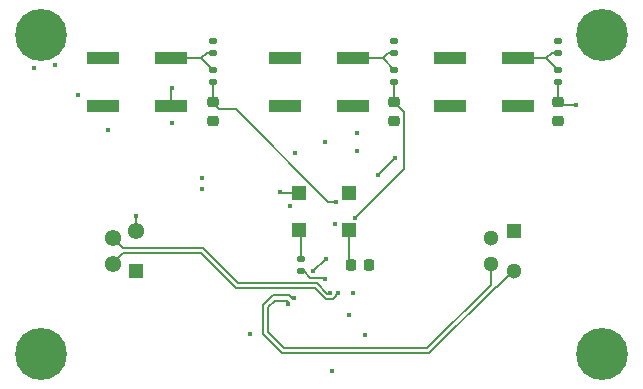
<source format=gtl>
G04 #@! TF.GenerationSoftware,KiCad,Pcbnew,9.0.4*
G04 #@! TF.CreationDate,2025-12-23T06:35:07-05:00*
G04 #@! TF.ProjectId,main_board_peripheral_v2,6d61696e-5f62-46f6-9172-645f70657269,rev?*
G04 #@! TF.SameCoordinates,Original*
G04 #@! TF.FileFunction,Copper,L1,Top*
G04 #@! TF.FilePolarity,Positive*
%FSLAX46Y46*%
G04 Gerber Fmt 4.6, Leading zero omitted, Abs format (unit mm)*
G04 Created by KiCad (PCBNEW 9.0.4) date 2025-12-23 06:35:07*
%MOMM*%
%LPD*%
G01*
G04 APERTURE LIST*
G04 Aperture macros list*
%AMRoundRect*
0 Rectangle with rounded corners*
0 $1 Rounding radius*
0 $2 $3 $4 $5 $6 $7 $8 $9 X,Y pos of 4 corners*
0 Add a 4 corners polygon primitive as box body*
4,1,4,$2,$3,$4,$5,$6,$7,$8,$9,$2,$3,0*
0 Add four circle primitives for the rounded corners*
1,1,$1+$1,$2,$3*
1,1,$1+$1,$4,$5*
1,1,$1+$1,$6,$7*
1,1,$1+$1,$8,$9*
0 Add four rect primitives between the rounded corners*
20,1,$1+$1,$2,$3,$4,$5,0*
20,1,$1+$1,$4,$5,$6,$7,0*
20,1,$1+$1,$6,$7,$8,$9,0*
20,1,$1+$1,$8,$9,$2,$3,0*%
G04 Aperture macros list end*
G04 #@! TA.AperFunction,SMDPad,CuDef*
%ADD10R,2.800000X1.000000*%
G04 #@! TD*
G04 #@! TA.AperFunction,SMDPad,CuDef*
%ADD11RoundRect,0.135000X-0.185000X0.135000X-0.185000X-0.135000X0.185000X-0.135000X0.185000X0.135000X0*%
G04 #@! TD*
G04 #@! TA.AperFunction,ComponentPad*
%ADD12C,4.400000*%
G04 #@! TD*
G04 #@! TA.AperFunction,SMDPad,CuDef*
%ADD13R,1.200000X1.300000*%
G04 #@! TD*
G04 #@! TA.AperFunction,ComponentPad*
%ADD14R,1.300000X1.300000*%
G04 #@! TD*
G04 #@! TA.AperFunction,ComponentPad*
%ADD15C,1.381000*%
G04 #@! TD*
G04 #@! TA.AperFunction,SMDPad,CuDef*
%ADD16RoundRect,0.225000X-0.250000X0.225000X-0.250000X-0.225000X0.250000X-0.225000X0.250000X0.225000X0*%
G04 #@! TD*
G04 #@! TA.AperFunction,SMDPad,CuDef*
%ADD17RoundRect,0.135000X0.185000X-0.135000X0.185000X0.135000X-0.185000X0.135000X-0.185000X-0.135000X0*%
G04 #@! TD*
G04 #@! TA.AperFunction,SMDPad,CuDef*
%ADD18RoundRect,0.225000X-0.225000X-0.250000X0.225000X-0.250000X0.225000X0.250000X-0.225000X0.250000X0*%
G04 #@! TD*
G04 #@! TA.AperFunction,ComponentPad*
%ADD19C,1.300000*%
G04 #@! TD*
G04 #@! TA.AperFunction,ViaPad*
%ADD20C,0.450000*%
G04 #@! TD*
G04 #@! TA.AperFunction,Conductor*
%ADD21C,0.200000*%
G04 #@! TD*
G04 APERTURE END LIST*
D10*
X131400000Y-83000000D03*
X125600000Y-83000000D03*
X131400000Y-79000000D03*
X125600000Y-79000000D03*
D11*
X120900000Y-79990000D03*
X120900000Y-81010000D03*
D10*
X117400000Y-83000000D03*
X111600000Y-83000000D03*
X117400000Y-79000000D03*
X111600000Y-79000000D03*
D12*
X91000000Y-104000000D03*
X138500000Y-104000000D03*
D13*
X112830000Y-90350000D03*
X112830000Y-93550000D03*
X117030000Y-93550000D03*
X117030000Y-90350000D03*
D14*
X99000000Y-97000000D03*
D15*
X97050000Y-96375000D03*
X99000000Y-93600000D03*
X97050000Y-94225000D03*
D16*
X120900000Y-82725000D03*
X120900000Y-84275000D03*
D12*
X138500000Y-77000000D03*
D17*
X113000000Y-97010000D03*
X113000000Y-95990000D03*
D12*
X91000000Y-77000000D03*
D18*
X117225000Y-96500000D03*
X118775000Y-96500000D03*
D10*
X102000000Y-83000000D03*
X96200000Y-83000000D03*
X102000000Y-79000000D03*
X96200000Y-79000000D03*
D11*
X134750000Y-79990000D03*
X134750000Y-81010000D03*
D16*
X134750000Y-82725000D03*
X134750000Y-84275000D03*
D11*
X105500000Y-79990000D03*
X105500000Y-81010000D03*
X120900000Y-77490000D03*
X120900000Y-78510000D03*
X105500000Y-77490000D03*
X105500000Y-78510000D03*
D16*
X105500000Y-82725000D03*
X105500000Y-84275000D03*
D11*
X134750000Y-77490000D03*
X134750000Y-78510000D03*
D14*
X131000000Y-93600000D03*
D19*
X129050000Y-94225000D03*
X131000000Y-97000000D03*
X129050000Y-96375000D03*
D20*
X112090000Y-91450000D03*
X112500000Y-87000000D03*
X117030000Y-93550000D03*
X116086455Y-98873727D03*
X115436616Y-98859176D03*
X112377488Y-99318514D03*
X111882512Y-99813490D03*
X115848167Y-93036626D03*
X117450000Y-83100000D03*
X108700000Y-102350000D03*
X96660000Y-85070000D03*
X134750000Y-84275000D03*
X92170000Y-79580000D03*
X90340000Y-79800000D03*
X118780000Y-96480000D03*
X115010000Y-86050000D03*
X104595000Y-90049999D03*
X105500000Y-84275000D03*
X111190000Y-90300000D03*
X102040000Y-81480000D03*
X131480000Y-82980000D03*
X99020000Y-92380000D03*
X118375000Y-102425000D03*
X117755000Y-86825000D03*
X117050000Y-100690000D03*
X94140000Y-82110000D03*
X120900000Y-84275000D03*
X114990000Y-97680000D03*
X115620000Y-105460000D03*
X117755000Y-85275000D03*
X120930000Y-77470000D03*
X117420000Y-98838489D03*
X102070000Y-84440000D03*
X104595000Y-89089999D03*
X105500000Y-77490000D03*
X134730000Y-77490000D03*
X115985751Y-91124249D03*
X117520000Y-92474998D03*
X136300000Y-82980000D03*
X120920000Y-87430000D03*
X119480000Y-88890000D03*
X115070000Y-95950000D03*
X113995000Y-97025000D03*
D21*
X117030000Y-96305000D02*
X117225000Y-96500000D01*
X117030000Y-93550000D02*
X117030000Y-96305000D01*
X113000000Y-93720000D02*
X112830000Y-93550000D01*
X113000000Y-95990000D02*
X113000000Y-93720000D01*
X116086455Y-98873727D02*
X115962616Y-98997566D01*
X114155023Y-98431000D02*
X107462098Y-98431000D01*
X115962616Y-98997566D02*
X115962616Y-99077053D01*
X115962616Y-99077053D02*
X115654493Y-99385176D01*
X104517098Y-95486000D02*
X97890000Y-95486000D01*
X115654493Y-99385176D02*
X115109199Y-99385176D01*
X115109199Y-99385176D02*
X114155023Y-98431000D01*
X97890000Y-95486000D02*
X97050000Y-96326000D01*
X97050000Y-96326000D02*
X97050000Y-96375000D01*
X107462098Y-98431000D02*
X104517098Y-95486000D01*
X104683198Y-95085000D02*
X107628198Y-98030000D01*
X97050000Y-94225000D02*
X97910000Y-95085000D01*
X97910000Y-95085000D02*
X104683198Y-95085000D01*
X114321123Y-98030000D02*
X115211123Y-98920000D01*
X115211123Y-98920000D02*
X115375792Y-98920000D01*
X107628198Y-98030000D02*
X114321123Y-98030000D01*
X115375792Y-98920000D02*
X115436616Y-98859176D01*
X129570000Y-98350000D02*
X130920000Y-97000000D01*
X109775000Y-102353198D02*
X111396802Y-103975000D01*
X129488198Y-98350000D02*
X129570000Y-98350000D01*
X112377488Y-99318514D02*
X112200711Y-99318514D01*
X130920000Y-97000000D02*
X131000000Y-97000000D01*
X109775000Y-99896802D02*
X109775000Y-102353198D01*
X111947197Y-99065000D02*
X110606802Y-99065000D01*
X112200711Y-99318514D02*
X111947197Y-99065000D01*
X110606802Y-99065000D02*
X109775000Y-99896802D01*
X123863198Y-103975000D02*
X129488198Y-98350000D01*
X111396802Y-103975000D02*
X123863198Y-103975000D01*
X123676802Y-103525000D02*
X129050000Y-98151802D01*
X111882512Y-99813490D02*
X111882512Y-99636713D01*
X110793198Y-99515000D02*
X110225000Y-100083198D01*
X129050000Y-98151802D02*
X129050000Y-96375000D01*
X110225000Y-102166802D02*
X111583198Y-103525000D01*
X111760799Y-99515000D02*
X110793198Y-99515000D01*
X111583198Y-103525000D02*
X123676802Y-103525000D01*
X110225000Y-100083198D02*
X110225000Y-102166802D01*
X111882512Y-99636713D02*
X111760799Y-99515000D01*
X111240000Y-90350000D02*
X111190000Y-90300000D01*
X118775000Y-96500000D02*
X118775000Y-96485000D01*
X112830000Y-90350000D02*
X111240000Y-90350000D01*
X102000000Y-81520000D02*
X102040000Y-81480000D01*
X102000000Y-83000000D02*
X102000000Y-81520000D01*
X117400000Y-83000000D02*
X117400000Y-83050000D01*
X99000000Y-92400000D02*
X99020000Y-92380000D01*
X118775000Y-96485000D02*
X118780000Y-96480000D01*
X131400000Y-83000000D02*
X131460000Y-83000000D01*
X117400000Y-83050000D02*
X117450000Y-83100000D01*
X99000000Y-93600000D02*
X99000000Y-92400000D01*
X131460000Y-83000000D02*
X131480000Y-82980000D01*
X113236123Y-97010000D02*
X113000000Y-97010000D01*
X114990000Y-97680000D02*
X114860000Y-97550000D01*
X114860000Y-97550000D02*
X113776123Y-97550000D01*
X113776123Y-97550000D02*
X113236123Y-97010000D01*
X120910000Y-77490000D02*
X120930000Y-77470000D01*
X120900000Y-77490000D02*
X120910000Y-77490000D01*
X134750000Y-77490000D02*
X134730000Y-77490000D01*
X115304249Y-91124249D02*
X107470000Y-83290000D01*
X106065000Y-83290000D02*
X105500000Y-82725000D01*
X105500000Y-81010000D02*
X105500000Y-82725000D01*
X107470000Y-83290000D02*
X106065000Y-83290000D01*
X115985751Y-91124249D02*
X115304249Y-91124249D01*
X121676000Y-83501000D02*
X120900000Y-82725000D01*
X117520000Y-92474998D02*
X121676000Y-88318998D01*
X120900000Y-81010000D02*
X120900000Y-82725000D01*
X121676000Y-88318998D02*
X121676000Y-83501000D01*
X135005000Y-82980000D02*
X134750000Y-82725000D01*
X120920000Y-87450000D02*
X120920000Y-87430000D01*
X119480000Y-88890000D02*
X120920000Y-87450000D01*
X134750000Y-81010000D02*
X134750000Y-82725000D01*
X136300000Y-82980000D02*
X135005000Y-82980000D01*
X105000000Y-78510000D02*
X104510000Y-79000000D01*
X102000000Y-79000000D02*
X104510000Y-79000000D01*
X104510000Y-79000000D02*
X105500000Y-79990000D01*
X105500000Y-78510000D02*
X105000000Y-78510000D01*
X119910000Y-79000000D02*
X120900000Y-79990000D01*
X117400000Y-79000000D02*
X119900000Y-79000000D01*
X119900000Y-79000000D02*
X119910000Y-79000000D01*
X120900000Y-78510000D02*
X120390000Y-78510000D01*
X120390000Y-78510000D02*
X119900000Y-79000000D01*
X134750000Y-78510000D02*
X134250000Y-78510000D01*
X131400000Y-79000000D02*
X133760000Y-79000000D01*
X134250000Y-78510000D02*
X133760000Y-79000000D01*
X133760000Y-79000000D02*
X134750000Y-79990000D01*
X113995000Y-97025000D02*
X115070000Y-95950000D01*
M02*

</source>
